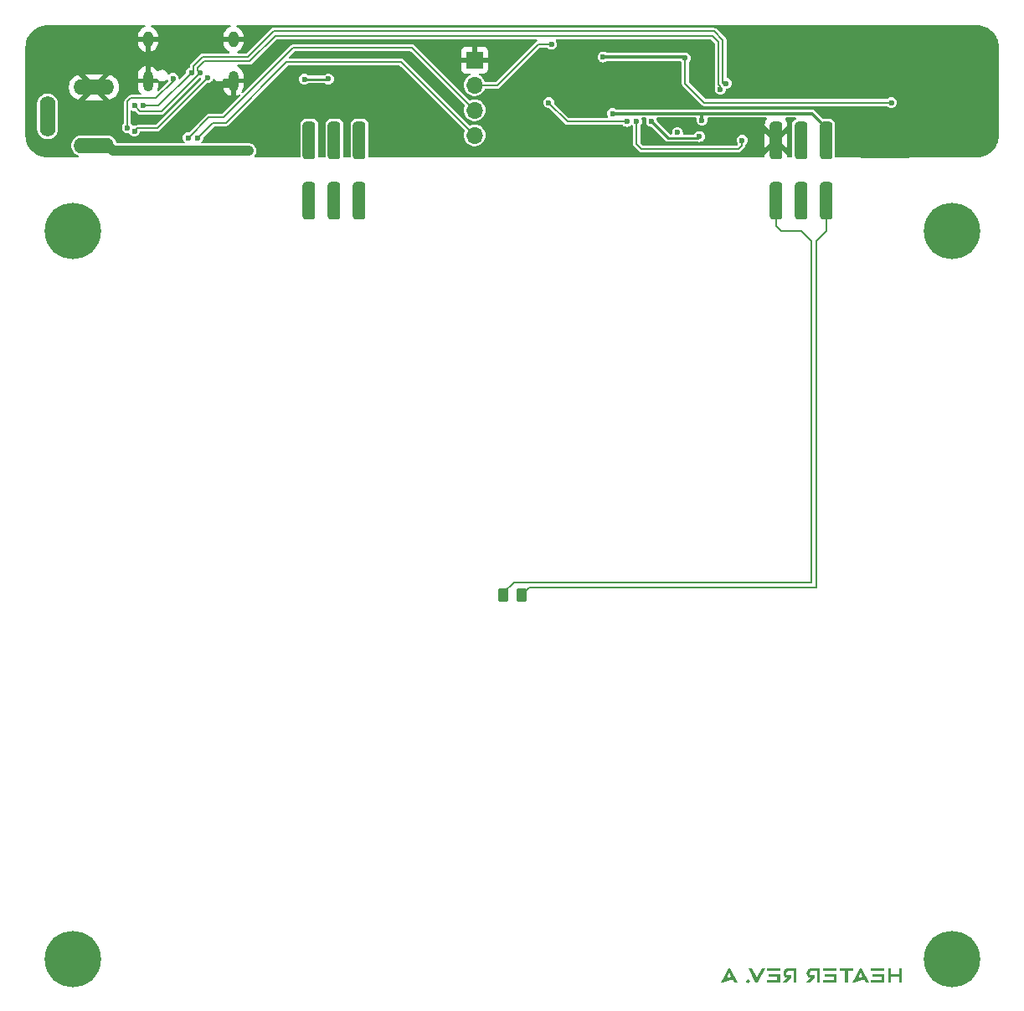
<source format=gbr>
%TF.GenerationSoftware,KiCad,Pcbnew,8.0.1*%
%TF.CreationDate,2024-04-01T19:00:03-04:00*%
%TF.ProjectId,Reflow Plate,5265666c-6f77-4205-906c-6174652e6b69,rev?*%
%TF.SameCoordinates,Original*%
%TF.FileFunction,Copper,L2,Bot*%
%TF.FilePolarity,Positive*%
%FSLAX46Y46*%
G04 Gerber Fmt 4.6, Leading zero omitted, Abs format (unit mm)*
G04 Created by KiCad (PCBNEW 8.0.1) date 2024-04-01 19:00:03*
%MOMM*%
%LPD*%
G01*
G04 APERTURE LIST*
G04 Aperture macros list*
%AMRoundRect*
0 Rectangle with rounded corners*
0 $1 Rounding radius*
0 $2 $3 $4 $5 $6 $7 $8 $9 X,Y pos of 4 corners*
0 Add a 4 corners polygon primitive as box body*
4,1,4,$2,$3,$4,$5,$6,$7,$8,$9,$2,$3,0*
0 Add four circle primitives for the rounded corners*
1,1,$1+$1,$2,$3*
1,1,$1+$1,$4,$5*
1,1,$1+$1,$6,$7*
1,1,$1+$1,$8,$9*
0 Add four rect primitives between the rounded corners*
20,1,$1+$1,$2,$3,$4,$5,0*
20,1,$1+$1,$4,$5,$6,$7,0*
20,1,$1+$1,$6,$7,$8,$9,0*
20,1,$1+$1,$8,$9,$2,$3,0*%
G04 Aperture macros list end*
%ADD10C,0.300000*%
%TA.AperFunction,NonConductor*%
%ADD11C,0.300000*%
%TD*%
%TA.AperFunction,ComponentPad*%
%ADD12R,1.700000X1.700000*%
%TD*%
%TA.AperFunction,ComponentPad*%
%ADD13O,1.700000X1.700000*%
%TD*%
%TA.AperFunction,ComponentPad*%
%ADD14C,5.700000*%
%TD*%
%TA.AperFunction,SMDPad,CuDef*%
%ADD15RoundRect,0.317500X-0.317500X-1.587500X0.317500X-1.587500X0.317500X1.587500X-0.317500X1.587500X0*%
%TD*%
%TA.AperFunction,ComponentPad*%
%ADD16O,4.100000X1.600000*%
%TD*%
%TA.AperFunction,ComponentPad*%
%ADD17O,1.600000X4.100000*%
%TD*%
%TA.AperFunction,SMDPad,CuDef*%
%ADD18RoundRect,0.317500X0.317500X1.587500X-0.317500X1.587500X-0.317500X-1.587500X0.317500X-1.587500X0*%
%TD*%
%TA.AperFunction,ComponentPad*%
%ADD19O,1.000000X2.100000*%
%TD*%
%TA.AperFunction,ComponentPad*%
%ADD20O,1.000000X1.600000*%
%TD*%
%TA.AperFunction,SMDPad,CuDef*%
%ADD21RoundRect,0.250000X0.262500X0.450000X-0.262500X0.450000X-0.262500X-0.450000X0.262500X-0.450000X0*%
%TD*%
%TA.AperFunction,ViaPad*%
%ADD22C,0.600000*%
%TD*%
%TA.AperFunction,Conductor*%
%ADD23C,0.200000*%
%TD*%
%TA.AperFunction,Conductor*%
%ADD24C,0.300000*%
%TD*%
%TA.AperFunction,Conductor*%
%ADD25C,0.500000*%
%TD*%
%TA.AperFunction,Conductor*%
%ADD26C,0.250000*%
%TD*%
%TA.AperFunction,Conductor*%
%ADD27C,0.150000*%
%TD*%
%TA.AperFunction,Conductor*%
%ADD28C,1.000000*%
%TD*%
G04 APERTURE END LIST*
D10*
D11*
G36*
X178009118Y-132122688D02*
G01*
X178822080Y-132122688D01*
X178822080Y-132714000D01*
X179117736Y-132714000D01*
X179117736Y-131236452D01*
X178822080Y-131236452D01*
X178822080Y-131826665D01*
X178009118Y-131826665D01*
X178009118Y-131236452D01*
X177713462Y-131236452D01*
X177713462Y-132714000D01*
X178009118Y-132714000D01*
X178009118Y-132122688D01*
G37*
G36*
X177310828Y-131236452D02*
G01*
X175981658Y-131236452D01*
X175981658Y-131532108D01*
X177310828Y-131532108D01*
X177310828Y-131236452D01*
G37*
G36*
X177015172Y-132122688D02*
G01*
X177015172Y-132418344D01*
X175981658Y-132418344D01*
X175981658Y-132714000D01*
X177310828Y-132714000D01*
X177310828Y-131827764D01*
X176129303Y-131827764D01*
X176129303Y-132122688D01*
X177015172Y-132122688D01*
G37*
G36*
X175784554Y-132714000D02*
G01*
X175452995Y-132714000D01*
X175275674Y-132373281D01*
X174374052Y-132714000D01*
X174108071Y-132714000D01*
X174316086Y-132298176D01*
X174649191Y-132298176D01*
X175139753Y-132112429D01*
X174939718Y-131720786D01*
X174649191Y-132298176D01*
X174316086Y-132298176D01*
X174847028Y-131236819D01*
X175028378Y-131236819D01*
X175784554Y-132714000D01*
G37*
G36*
X173650482Y-132714000D02*
G01*
X173650482Y-131532108D01*
X174167789Y-131532108D01*
X174167789Y-131236452D01*
X172837520Y-131236452D01*
X172837520Y-131532108D01*
X173354826Y-131532108D01*
X173354826Y-132714000D01*
X173650482Y-132714000D01*
G37*
G36*
X172485078Y-131236452D02*
G01*
X171155908Y-131236452D01*
X171155908Y-131532108D01*
X172485078Y-131532108D01*
X172485078Y-131236452D01*
G37*
G36*
X172189422Y-132122688D02*
G01*
X172189422Y-132418344D01*
X171155908Y-132418344D01*
X171155908Y-132714000D01*
X172485078Y-132714000D01*
X172485078Y-131827764D01*
X171303553Y-131827764D01*
X171303553Y-132122688D01*
X172189422Y-132122688D01*
G37*
G36*
X170508542Y-131532108D02*
G01*
X170508542Y-132714000D01*
X170804198Y-132714000D01*
X170804198Y-131236452D01*
X169991236Y-131236452D01*
X169913080Y-131241785D01*
X169839355Y-131257782D01*
X169770061Y-131284443D01*
X169705197Y-131321769D01*
X169644764Y-131369760D01*
X169625605Y-131388127D01*
X169574183Y-131447083D01*
X169533401Y-131510470D01*
X169503257Y-131578287D01*
X169483753Y-131650536D01*
X169474887Y-131727215D01*
X169474296Y-131753759D01*
X169480341Y-131836374D01*
X169498476Y-131914226D01*
X169528701Y-131987316D01*
X169571016Y-132055643D01*
X169623063Y-132116757D01*
X169682483Y-132168208D01*
X169749275Y-132209997D01*
X169823441Y-132242122D01*
X169351564Y-132714000D01*
X169769952Y-132714000D01*
X170287258Y-132196693D01*
X170287258Y-131975043D01*
X169991236Y-131975043D01*
X169916213Y-131962631D01*
X169851428Y-131925395D01*
X169834799Y-131910196D01*
X169790470Y-131848337D01*
X169770965Y-131776239D01*
X169769952Y-131753759D01*
X169782364Y-131678485D01*
X169819600Y-131613590D01*
X169834799Y-131596955D01*
X169896658Y-131552626D01*
X169968756Y-131533122D01*
X169991236Y-131532108D01*
X170508542Y-131532108D01*
G37*
G36*
X168160880Y-131532108D02*
G01*
X168160880Y-132714000D01*
X168456536Y-132714000D01*
X168456536Y-131236452D01*
X167643574Y-131236452D01*
X167565418Y-131241785D01*
X167491693Y-131257782D01*
X167422399Y-131284443D01*
X167357535Y-131321769D01*
X167297102Y-131369760D01*
X167277942Y-131388127D01*
X167226521Y-131447083D01*
X167185739Y-131510470D01*
X167155595Y-131578287D01*
X167136091Y-131650536D01*
X167127225Y-131727215D01*
X167126634Y-131753759D01*
X167132679Y-131836374D01*
X167150814Y-131914226D01*
X167181039Y-131987316D01*
X167223354Y-132055643D01*
X167275401Y-132116757D01*
X167334820Y-132168208D01*
X167401613Y-132209997D01*
X167475779Y-132242122D01*
X167003902Y-132714000D01*
X167422290Y-132714000D01*
X167939596Y-132196693D01*
X167939596Y-131975043D01*
X167643574Y-131975043D01*
X167568551Y-131962631D01*
X167503766Y-131925395D01*
X167487136Y-131910196D01*
X167442808Y-131848337D01*
X167423303Y-131776239D01*
X167422290Y-131753759D01*
X167434702Y-131678485D01*
X167471938Y-131613590D01*
X167487136Y-131596955D01*
X167548996Y-131552626D01*
X167621094Y-131533122D01*
X167643574Y-131532108D01*
X168160880Y-131532108D01*
G37*
G36*
X166774191Y-131236452D02*
G01*
X165445022Y-131236452D01*
X165445022Y-131532108D01*
X166774191Y-131532108D01*
X166774191Y-131236452D01*
G37*
G36*
X166478535Y-132122688D02*
G01*
X166478535Y-132418344D01*
X165445022Y-132418344D01*
X165445022Y-132714000D01*
X166774191Y-132714000D01*
X166774191Y-131827764D01*
X165592667Y-131827764D01*
X165592667Y-132122688D01*
X166478535Y-132122688D01*
G37*
G36*
X163901163Y-131236452D02*
G01*
X163571435Y-131236452D01*
X164310392Y-132714000D01*
X164491742Y-132714000D01*
X165247918Y-131236452D01*
X164916358Y-131236452D01*
X164403082Y-132238825D01*
X163901163Y-131236452D01*
G37*
G36*
X163549453Y-132385737D02*
G01*
X163474794Y-132401247D01*
X163419394Y-132440692D01*
X163377086Y-132505413D01*
X163365172Y-132573682D01*
X163380475Y-132649795D01*
X163419394Y-132706306D01*
X163482923Y-132748900D01*
X163549453Y-132760894D01*
X163624216Y-132745488D01*
X163679879Y-132706306D01*
X163722187Y-132641506D01*
X163734101Y-132573682D01*
X163720545Y-132501233D01*
X163679879Y-132440692D01*
X163616064Y-132397812D01*
X163549453Y-132385737D01*
G37*
G36*
X162497255Y-132714000D02*
G01*
X162165695Y-132714000D01*
X161988375Y-132373281D01*
X161086752Y-132714000D01*
X160820772Y-132714000D01*
X161028787Y-132298176D01*
X161361892Y-132298176D01*
X161852454Y-132112429D01*
X161652419Y-131720786D01*
X161361892Y-132298176D01*
X161028787Y-132298176D01*
X161559729Y-131236819D01*
X161741079Y-131236819D01*
X162497255Y-132714000D01*
G37*
D12*
%TO.P,J7,1,Pin_1*%
%TO.N,GND*%
X135890000Y-39380000D03*
D13*
%TO.P,J7,2,Pin_2*%
%TO.N,+3V3*%
X135890000Y-41920000D03*
%TO.P,J7,3,Pin_3*%
%TO.N,SCL1*%
X135890000Y-44460000D03*
%TO.P,J7,4,Pin_4*%
%TO.N,SDA1*%
X135890000Y-47000000D03*
%TD*%
D14*
%TO.P,REF\u002A\u002A,1*%
%TO.N,N/C*%
X95250000Y-130302000D03*
%TD*%
D15*
%TO.P,J3,2,Pin_2*%
%TO.N,/Heater*%
X119176800Y-53594000D03*
%TO.P,J3,4,Pin_4*%
%TO.N,unconnected-(J3-Pin_4-Pad4)*%
X121716800Y-53594000D03*
%TO.P,J3,6,Pin_6*%
%TO.N,/Heater*%
X124256800Y-53594000D03*
%TD*%
D14*
%TO.P,REF\u002A\u002A,1*%
%TO.N,N/C*%
X95250000Y-56642000D03*
%TD*%
%TO.P,REF\u002A\u002A,1*%
%TO.N,N/C*%
X184150000Y-56642000D03*
%TD*%
D16*
%TO.P,J1,1*%
%TO.N,Net-(D1-A)*%
X97410000Y-48035000D03*
%TO.P,J1,2*%
%TO.N,GND*%
X97410000Y-42135000D03*
D17*
%TO.P,J1,3*%
%TO.N,N/C*%
X92710000Y-45085000D03*
%TD*%
D15*
%TO.P,J4,2,Pin_2*%
%TO.N,Net-(J4-Pin_2)*%
X166370000Y-53594000D03*
%TO.P,J4,4,Pin_4*%
%TO.N,unconnected-(J4-Pin_4-Pad4)*%
X168910000Y-53594000D03*
%TO.P,J4,6,Pin_6*%
%TO.N,Net-(J4-Pin_6)*%
X171450000Y-53594000D03*
%TD*%
D18*
%TO.P,J6,2,Pin_2*%
%TO.N,NTC_Measure*%
X171450000Y-47498000D03*
%TO.P,J6,4,Pin_4*%
%TO.N,unconnected-(J6-Pin_4-Pad4)*%
X168910000Y-47498000D03*
%TO.P,J6,6,Pin_6*%
%TO.N,GND*%
X166370000Y-47498000D03*
%TD*%
D14*
%TO.P,REF\u002A\u002A,1*%
%TO.N,N/C*%
X184150000Y-130302000D03*
%TD*%
D18*
%TO.P,J5,2,Pin_2*%
%TO.N,Net-(D3-A)*%
X124256800Y-47498000D03*
%TO.P,J5,4,Pin_4*%
%TO.N,unconnected-(J5-Pin_4-Pad4)*%
X121716800Y-47498000D03*
%TO.P,J5,6,Pin_6*%
%TO.N,VBUS*%
X119176800Y-47498000D03*
%TD*%
D19*
%TO.P,J2,S1,SHIELD*%
%TO.N,GND*%
X111508000Y-41484000D03*
D20*
X111508000Y-37304000D03*
D19*
X102868000Y-41484000D03*
D20*
X102868000Y-37304000D03*
%TD*%
D21*
%TO.P,TH1,1*%
%TO.N,Net-(J4-Pin_6)*%
X140612500Y-93472000D03*
%TO.P,TH1,2*%
%TO.N,Net-(J4-Pin_2)*%
X138787500Y-93472000D03*
%TD*%
D22*
%TO.N,+3V3*%
X178054000Y-43688000D03*
X143675000Y-37785000D03*
X157197500Y-39172500D03*
X148894800Y-39065200D03*
X156407500Y-46707500D03*
%TO.N,VCCMeasure*%
X143383000Y-43688000D03*
X151284728Y-45593000D03*
%TO.N,GND*%
X174625000Y-40005000D03*
X128143000Y-40309800D03*
X114604800Y-43535600D03*
X151130000Y-42037000D03*
X182245000Y-45720000D03*
X141579600Y-42468800D03*
X173101000Y-45720000D03*
X104165400Y-39243000D03*
X172720000Y-42926000D03*
X159766000Y-38862000D03*
X137464800Y-43180000D03*
X115671600Y-46024800D03*
X109067600Y-47345600D03*
X150876000Y-43942000D03*
X159893000Y-45720000D03*
X138303000Y-47879000D03*
X148564600Y-37769800D03*
X161798000Y-40894000D03*
X163957000Y-42926000D03*
X145288000Y-44450000D03*
X164338000Y-45847000D03*
X129819400Y-42037000D03*
X103733600Y-45364400D03*
X126466600Y-42062400D03*
X117271800Y-41656000D03*
X182245000Y-39370000D03*
X174625000Y-36957000D03*
X140411200Y-43662600D03*
X139090400Y-39979600D03*
X110464600Y-43662600D03*
X99415600Y-45186600D03*
X158750000Y-37592000D03*
X161671000Y-42672000D03*
X132384800Y-44627800D03*
X115417600Y-38760400D03*
X103784400Y-47091600D03*
X117830600Y-44018200D03*
X185420000Y-42545000D03*
X130886200Y-37693600D03*
X104698800Y-47091600D03*
X118948200Y-38887400D03*
X180340000Y-42545000D03*
X145034000Y-37566600D03*
X142722600Y-38735000D03*
X126568200Y-37541200D03*
X143383000Y-40894000D03*
X177673000Y-44704000D03*
X156591000Y-38100000D03*
X178435000Y-42545000D03*
X134188200Y-41478200D03*
X121132600Y-42849800D03*
X123063000Y-37541200D03*
X133883400Y-39674800D03*
X133883400Y-43738800D03*
X159766000Y-47498000D03*
X122859800Y-42138600D03*
X124637800Y-38938200D03*
X113309400Y-36830000D03*
X174625000Y-38354000D03*
X154305000Y-43942000D03*
X101015800Y-41732200D03*
X160020000Y-42926000D03*
X149557098Y-47444632D03*
X115671600Y-48209200D03*
X145389600Y-39090600D03*
X163449000Y-48641000D03*
X129235200Y-39141400D03*
%TO.N,USB_D+*%
X107263000Y-40648914D03*
X161336521Y-41736479D03*
X102362000Y-43992800D03*
%TO.N,Net-(U3-PB2)*%
X158623000Y-47117000D03*
X153785000Y-45593000D03*
%TO.N,USB_D-*%
X101498400Y-43992800D03*
X108113000Y-40648914D03*
X160735479Y-42337521D03*
%TO.N,NTC_Measure*%
X149860000Y-44795000D03*
X158877000Y-45466000D03*
%TO.N,VBUS*%
X121107200Y-41300400D03*
X119176800Y-48768000D03*
X118694200Y-41325800D03*
X119176800Y-46228000D03*
%TO.N,SDA1*%
X107899200Y-47244000D03*
%TO.N,SCL1*%
X106934000Y-47244000D03*
%TO.N,Net-(J2-CC2)*%
X105410000Y-41249600D03*
X100787200Y-46228000D03*
%TO.N,Net-(J2-CC1)*%
X108915200Y-41148000D03*
X101498400Y-46583600D03*
%TO.N,/Heater*%
X124256800Y-52324000D03*
X119176800Y-54864000D03*
X119176800Y-52324000D03*
X124256800Y-54864000D03*
%TO.N,Net-(D1-A)*%
X112217200Y-48564800D03*
X111404400Y-48564800D03*
X113030000Y-48564800D03*
%TO.N,Net-(D3-A)*%
X124256800Y-48768000D03*
X124256800Y-46228000D03*
%TO.N,HeaterMeasure*%
X152284476Y-45593000D03*
X162941000Y-47498000D03*
%TD*%
D23*
%TO.N,+3V3*%
X178054000Y-43688000D02*
X159131000Y-43688000D01*
X138191400Y-41920000D02*
X142326400Y-37785000D01*
D24*
X157090200Y-39065200D02*
X157197500Y-39172500D01*
D23*
X142326400Y-37785000D02*
X143675000Y-37785000D01*
X157197500Y-41754500D02*
X157197500Y-39172500D01*
X135890000Y-41920000D02*
X138191400Y-41920000D01*
D24*
X148894800Y-39065200D02*
X157090200Y-39065200D01*
D23*
X159131000Y-43688000D02*
X157197500Y-41754500D01*
%TO.N,VCCMeasure*%
X145288000Y-45593000D02*
X151284728Y-45593000D01*
X143383000Y-43688000D02*
X145288000Y-45593000D01*
D25*
%TO.N,GND*%
X111508000Y-41484000D02*
X111508000Y-41704800D01*
X111252000Y-41960800D02*
X109829600Y-41960800D01*
X111508000Y-41704800D02*
X111252000Y-41960800D01*
D23*
%TO.N,Net-(J4-Pin_6)*%
X170434000Y-57658000D02*
X170434000Y-92710000D01*
X170434000Y-92710000D02*
X141374500Y-92710000D01*
X141374500Y-92710000D02*
X140612500Y-93472000D01*
X171450000Y-56642000D02*
X170434000Y-57658000D01*
X171450000Y-53594000D02*
X171450000Y-56642000D01*
%TO.N,Net-(J4-Pin_2)*%
X166878000Y-56642000D02*
X168910000Y-56642000D01*
X168910000Y-56642000D02*
X169926000Y-57658000D01*
X169926000Y-92202000D02*
X139878750Y-92202000D01*
X139878750Y-92202000D02*
X138787500Y-93293250D01*
X169926000Y-57658000D02*
X169926000Y-92202000D01*
X166370000Y-53594000D02*
X166370000Y-56134000D01*
X166370000Y-56134000D02*
X166878000Y-56642000D01*
X138787500Y-93293250D02*
X138787500Y-93472000D01*
%TO.N,USB_D+*%
X160113200Y-36478000D02*
X161007000Y-37371800D01*
X112987600Y-39043400D02*
X115553000Y-36478000D01*
X115553000Y-36478000D02*
X160113200Y-36478000D01*
X102362000Y-43992800D02*
X103919114Y-43992800D01*
X161053678Y-41736479D02*
X161336521Y-41736479D01*
X103919114Y-43992800D02*
X107263000Y-40648914D01*
X161007000Y-37371800D02*
X161007000Y-41689801D01*
X161007000Y-41689801D02*
X161053678Y-41736479D01*
X107263000Y-40648914D02*
X107462999Y-40448915D01*
X108415600Y-39043400D02*
X112987600Y-39043400D01*
X107462999Y-39996001D02*
X108415600Y-39043400D01*
X107462999Y-40448915D02*
X107462999Y-39996001D01*
X107263000Y-40862517D02*
X107263000Y-40648914D01*
D26*
%TO.N,Net-(U3-PB2)*%
X158457500Y-47282500D02*
X158623000Y-47117000D01*
X155474500Y-47282500D02*
X158457500Y-47282500D01*
X153785000Y-45593000D02*
X155474500Y-47282500D01*
D23*
%TO.N,USB_D-*%
X108113000Y-40648914D02*
X107913001Y-40448915D01*
X108113000Y-40781800D02*
X108113000Y-40648914D01*
X107913001Y-40182399D02*
X108602000Y-39493400D01*
X102057200Y-44551600D02*
X104210314Y-44551600D01*
X113174000Y-39493400D02*
X115739400Y-36928000D01*
X115739400Y-36928000D02*
X159926800Y-36928000D01*
X160735479Y-42054678D02*
X160735479Y-42337521D01*
X160557000Y-41876199D02*
X160735479Y-42054678D01*
X101498400Y-43992800D02*
X102057200Y-44551600D01*
X108602000Y-39493400D02*
X113174000Y-39493400D01*
X107913001Y-40448915D02*
X107913001Y-40182399D01*
X160557000Y-37558200D02*
X160557000Y-41876199D01*
X159926800Y-36928000D02*
X160557000Y-37558200D01*
X104210314Y-44551600D02*
X108113000Y-40648914D01*
D24*
%TO.N,NTC_Measure*%
X171450000Y-46228000D02*
X171450000Y-47498000D01*
X170017000Y-44795000D02*
X171450000Y-46228000D01*
X149860000Y-44795000D02*
X158877000Y-44795000D01*
X158877000Y-44795000D02*
X158877000Y-45466000D01*
X158877000Y-44795000D02*
X170017000Y-44795000D01*
D26*
%TO.N,VBUS*%
X118694200Y-41325800D02*
X121081800Y-41325800D01*
X121081800Y-41325800D02*
X121107200Y-41300400D01*
D23*
%TO.N,SDA1*%
X109423200Y-45720000D02*
X107899200Y-47244000D01*
X110744000Y-45720000D02*
X109423200Y-45720000D01*
X116865400Y-39598600D02*
X110744000Y-45720000D01*
X128488600Y-39598600D02*
X116865400Y-39598600D01*
X135890000Y-47000000D02*
X128488600Y-39598600D01*
%TO.N,SCL1*%
X117551200Y-38150800D02*
X129580800Y-38150800D01*
X109016800Y-45161200D02*
X110540800Y-45161200D01*
X106934000Y-47244000D02*
X109016800Y-45161200D01*
X129580800Y-38150800D02*
X135890000Y-44460000D01*
X110540800Y-45161200D02*
X117551200Y-38150800D01*
D27*
%TO.N,Net-(J2-CC2)*%
X100787200Y-46228000D02*
X100787200Y-43586400D01*
X103682800Y-43230800D02*
X105410000Y-41503600D01*
X101142800Y-43230800D02*
X103682800Y-43230800D01*
X100787200Y-43586400D02*
X101142800Y-43230800D01*
X105410000Y-41503600D02*
X105410000Y-41249600D01*
%TO.N,Net-(J2-CC1)*%
X103784400Y-46278800D02*
X108915200Y-41148000D01*
X101498400Y-46583600D02*
X101803200Y-46278800D01*
X101803200Y-46278800D02*
X103784400Y-46278800D01*
D28*
%TO.N,Net-(D1-A)*%
X99364800Y-48564800D02*
X113080800Y-48564800D01*
X98835000Y-48035000D02*
X99364800Y-48564800D01*
X97410000Y-48035000D02*
X98835000Y-48035000D01*
D23*
%TO.N,HeaterMeasure*%
X162941000Y-47498000D02*
X162941000Y-48006000D01*
X162560000Y-48387000D02*
X152781000Y-48387000D01*
X152284476Y-47890476D02*
X152284476Y-45593000D01*
X152781000Y-48387000D02*
X152284476Y-47890476D01*
X162941000Y-48006000D02*
X162560000Y-48387000D01*
%TD*%
%TA.AperFunction,Conductor*%
%TO.N,GND*%
G36*
X186692992Y-35860681D02*
G01*
X186953966Y-35876466D01*
X186965829Y-35877906D01*
X187220062Y-35924497D01*
X187231660Y-35927356D01*
X187478426Y-36004251D01*
X187489584Y-36008482D01*
X187725287Y-36114563D01*
X187735870Y-36120117D01*
X187863925Y-36197530D01*
X187957058Y-36253831D01*
X187966896Y-36260622D01*
X188170343Y-36420012D01*
X188179292Y-36427939D01*
X188362060Y-36610707D01*
X188369987Y-36619656D01*
X188529377Y-36823103D01*
X188536168Y-36832941D01*
X188669880Y-37054126D01*
X188675436Y-37064712D01*
X188774210Y-37284179D01*
X188781512Y-37300402D01*
X188785751Y-37311581D01*
X188862642Y-37558336D01*
X188865503Y-37569943D01*
X188912092Y-37824169D01*
X188913533Y-37836036D01*
X188929319Y-38097006D01*
X188929500Y-38102984D01*
X188929500Y-46987015D01*
X188929319Y-46992993D01*
X188913533Y-47253963D01*
X188912092Y-47265830D01*
X188865503Y-47520056D01*
X188862642Y-47531663D01*
X188785751Y-47778418D01*
X188781512Y-47789597D01*
X188675436Y-48025287D01*
X188669880Y-48035873D01*
X188536168Y-48257058D01*
X188529377Y-48266896D01*
X188369987Y-48470343D01*
X188362060Y-48479292D01*
X188179292Y-48662060D01*
X188170343Y-48669987D01*
X187966896Y-48829377D01*
X187957058Y-48836168D01*
X187735873Y-48969880D01*
X187725287Y-48975436D01*
X187489597Y-49081512D01*
X187478418Y-49085751D01*
X187231663Y-49162642D01*
X187220056Y-49165503D01*
X186965830Y-49212092D01*
X186953963Y-49213533D01*
X186707287Y-49228454D01*
X186692991Y-49229319D01*
X186687015Y-49229500D01*
X180103912Y-49229500D01*
X179888712Y-49265410D01*
X179873491Y-49270636D01*
X179841347Y-49276000D01*
X174996653Y-49276000D01*
X174964509Y-49270636D01*
X174949287Y-49265410D01*
X174734088Y-49229500D01*
X174664562Y-49229500D01*
X172434203Y-49229500D01*
X172376012Y-49210593D01*
X172340048Y-49161093D01*
X172335658Y-49125968D01*
X172335500Y-49125968D01*
X172335499Y-49124706D01*
X172335415Y-49124026D01*
X172335498Y-49122740D01*
X172335500Y-49122727D01*
X172335499Y-45873274D01*
X172320880Y-45762222D01*
X172263647Y-45624049D01*
X172172602Y-45505398D01*
X172053951Y-45414353D01*
X172053950Y-45414352D01*
X172053948Y-45414351D01*
X171915782Y-45357121D01*
X171915774Y-45357119D01*
X171804728Y-45342500D01*
X171804727Y-45342500D01*
X171171901Y-45342500D01*
X171113710Y-45323593D01*
X171101897Y-45313504D01*
X170690493Y-44902100D01*
X170262913Y-44474520D01*
X170262910Y-44474518D01*
X170262909Y-44474517D01*
X170262908Y-44474516D01*
X170171591Y-44421794D01*
X170171593Y-44421794D01*
X170132070Y-44411204D01*
X170069727Y-44394500D01*
X170069725Y-44394500D01*
X150275960Y-44394500D01*
X150217769Y-44375593D01*
X150215693Y-44374042D01*
X150137629Y-44314142D01*
X150137628Y-44314141D01*
X150137625Y-44314139D01*
X150137622Y-44314138D01*
X150137621Y-44314137D01*
X150003709Y-44258670D01*
X150003708Y-44258669D01*
X149860000Y-44239750D01*
X149716291Y-44258669D01*
X149716290Y-44258670D01*
X149582378Y-44314137D01*
X149582374Y-44314139D01*
X149467381Y-44402377D01*
X149467377Y-44402381D01*
X149379139Y-44517374D01*
X149379137Y-44517378D01*
X149323670Y-44651290D01*
X149323669Y-44651291D01*
X149304750Y-44794999D01*
X149304750Y-44795000D01*
X149323669Y-44938708D01*
X149323670Y-44938709D01*
X149366379Y-45041821D01*
X149379139Y-45072625D01*
X149387279Y-45083233D01*
X149407702Y-45140909D01*
X149390324Y-45199575D01*
X149341782Y-45236822D01*
X149308736Y-45242500D01*
X145474190Y-45242500D01*
X145415999Y-45223593D01*
X145404186Y-45213504D01*
X143965841Y-43775159D01*
X143938064Y-43720642D01*
X143937693Y-43692229D01*
X143938250Y-43688000D01*
X143919330Y-43544291D01*
X143863861Y-43410375D01*
X143775621Y-43295379D01*
X143660625Y-43207139D01*
X143660621Y-43207137D01*
X143526709Y-43151670D01*
X143526708Y-43151669D01*
X143383000Y-43132750D01*
X143239291Y-43151669D01*
X143239290Y-43151670D01*
X143105378Y-43207137D01*
X143105374Y-43207139D01*
X142990381Y-43295377D01*
X142990377Y-43295381D01*
X142902139Y-43410374D01*
X142902137Y-43410378D01*
X142846670Y-43544290D01*
X142846669Y-43544291D01*
X142827750Y-43687999D01*
X142827750Y-43688000D01*
X142846669Y-43831708D01*
X142846670Y-43831709D01*
X142902139Y-43965625D01*
X142990379Y-44080621D01*
X143105375Y-44168861D01*
X143239291Y-44224330D01*
X143383000Y-44243250D01*
X143387227Y-44242693D01*
X143447386Y-44253838D01*
X143470159Y-44270841D01*
X145072788Y-45873470D01*
X145152712Y-45919614D01*
X145241856Y-45943500D01*
X145334144Y-45943500D01*
X150810964Y-45943500D01*
X150869155Y-45962407D01*
X150889505Y-45982231D01*
X150892104Y-45985618D01*
X150892105Y-45985619D01*
X150892107Y-45985621D01*
X151007103Y-46073861D01*
X151141019Y-46129330D01*
X151284728Y-46148250D01*
X151428437Y-46129330D01*
X151562353Y-46073861D01*
X151677349Y-45985621D01*
X151706061Y-45948202D01*
X151756482Y-45913548D01*
X151817646Y-45915149D01*
X151863143Y-45948204D01*
X151891851Y-45985617D01*
X151891853Y-45985618D01*
X151891855Y-45985621D01*
X151895239Y-45988217D01*
X151929897Y-46038638D01*
X151933976Y-46066762D01*
X151933976Y-47936620D01*
X151957862Y-48025764D01*
X152004006Y-48105688D01*
X152565788Y-48667470D01*
X152565790Y-48667471D01*
X152630184Y-48704650D01*
X152630193Y-48704653D01*
X152630195Y-48704655D01*
X152645712Y-48713614D01*
X152734856Y-48737500D01*
X152734858Y-48737500D01*
X162606142Y-48737500D01*
X162606144Y-48737500D01*
X162695288Y-48713614D01*
X162710805Y-48704655D01*
X162775212Y-48667470D01*
X163221469Y-48221212D01*
X163267614Y-48141288D01*
X163276287Y-48108918D01*
X163291500Y-48052144D01*
X163291500Y-47971762D01*
X163310407Y-47913571D01*
X163330234Y-47893219D01*
X163333621Y-47890621D01*
X163421861Y-47775625D01*
X163477330Y-47641709D01*
X163496250Y-47498000D01*
X163477330Y-47354291D01*
X163421861Y-47220375D01*
X163333621Y-47105379D01*
X163218625Y-47017139D01*
X163218621Y-47017137D01*
X163084709Y-46961670D01*
X163084708Y-46961669D01*
X162941000Y-46942750D01*
X162797291Y-46961669D01*
X162797290Y-46961670D01*
X162663378Y-47017137D01*
X162663374Y-47017139D01*
X162548381Y-47105377D01*
X162548377Y-47105381D01*
X162460139Y-47220374D01*
X162460137Y-47220378D01*
X162404670Y-47354290D01*
X162404669Y-47354291D01*
X162385750Y-47497999D01*
X162385750Y-47498000D01*
X162404669Y-47641708D01*
X162404670Y-47641709D01*
X162460137Y-47775621D01*
X162460139Y-47775625D01*
X162500873Y-47828710D01*
X162521297Y-47886386D01*
X162503920Y-47945052D01*
X162492335Y-47958981D01*
X162443814Y-48007503D01*
X162389298Y-48035281D01*
X162373810Y-48036500D01*
X152967190Y-48036500D01*
X152908999Y-48017593D01*
X152897186Y-48007504D01*
X152663972Y-47774290D01*
X152636195Y-47719773D01*
X152634976Y-47704286D01*
X152634976Y-46066762D01*
X152653883Y-46008571D01*
X152673710Y-45988219D01*
X152677097Y-45985621D01*
X152765337Y-45870625D01*
X152820806Y-45736709D01*
X152839726Y-45593000D01*
X152820806Y-45449291D01*
X152776573Y-45342501D01*
X152772383Y-45332385D01*
X152767583Y-45271388D01*
X152799552Y-45219219D01*
X152856080Y-45195805D01*
X152863847Y-45195500D01*
X153205629Y-45195500D01*
X153263820Y-45214407D01*
X153299784Y-45263907D01*
X153299784Y-45325093D01*
X153297093Y-45332385D01*
X153248670Y-45449290D01*
X153248669Y-45449291D01*
X153229750Y-45592999D01*
X153229750Y-45593000D01*
X153248669Y-45736708D01*
X153248670Y-45736709D01*
X153299165Y-45858618D01*
X153304139Y-45870625D01*
X153392379Y-45985621D01*
X153507375Y-46073861D01*
X153641291Y-46129330D01*
X153779563Y-46147534D01*
X153834788Y-46173875D01*
X153836645Y-46175683D01*
X155243937Y-47582975D01*
X155329563Y-47632411D01*
X155425064Y-47658000D01*
X155425065Y-47658000D01*
X155425066Y-47658000D01*
X158508274Y-47658000D01*
X158521196Y-47658847D01*
X158622999Y-47672250D01*
X158622999Y-47672249D01*
X158623000Y-47672250D01*
X158766709Y-47653330D01*
X158900625Y-47597861D01*
X159015621Y-47509621D01*
X159103861Y-47394625D01*
X159159330Y-47260709D01*
X159178250Y-47117000D01*
X159166120Y-47024869D01*
X159159330Y-46973291D01*
X159103861Y-46839375D01*
X159015621Y-46724379D01*
X159005423Y-46716554D01*
X165235000Y-46716554D01*
X165235000Y-48279446D01*
X166016446Y-47498000D01*
X166723554Y-47498000D01*
X167505000Y-48279446D01*
X167505000Y-46716554D01*
X166723554Y-47498000D01*
X166016446Y-47498000D01*
X165235000Y-46716554D01*
X159005423Y-46716554D01*
X158900625Y-46636139D01*
X158900621Y-46636137D01*
X158766709Y-46580670D01*
X158766708Y-46580669D01*
X158623000Y-46561750D01*
X158479291Y-46580669D01*
X158479290Y-46580670D01*
X158345378Y-46636137D01*
X158345374Y-46636139D01*
X158230381Y-46724377D01*
X158230377Y-46724381D01*
X158142139Y-46839374D01*
X158142136Y-46839380D01*
X158139441Y-46845887D01*
X158099704Y-46892412D01*
X158047978Y-46907000D01*
X157049373Y-46907000D01*
X156991182Y-46888093D01*
X156955218Y-46838593D01*
X156951220Y-46795078D01*
X156962750Y-46707500D01*
X156962750Y-46707499D01*
X156943830Y-46563791D01*
X156888361Y-46429875D01*
X156800121Y-46314879D01*
X156685125Y-46226639D01*
X156685121Y-46226637D01*
X156551209Y-46171170D01*
X156551208Y-46171169D01*
X156407500Y-46152250D01*
X156263791Y-46171169D01*
X156263790Y-46171170D01*
X156129878Y-46226637D01*
X156129874Y-46226639D01*
X156014881Y-46314877D01*
X156014877Y-46314881D01*
X155926639Y-46429874D01*
X155926637Y-46429878D01*
X155871170Y-46563790D01*
X155871169Y-46563791D01*
X155852250Y-46707499D01*
X155852250Y-46707500D01*
X155863780Y-46795078D01*
X155852630Y-46855239D01*
X155808248Y-46897356D01*
X155765627Y-46907000D01*
X155671046Y-46907000D01*
X155612855Y-46888093D01*
X155601042Y-46878004D01*
X154367683Y-45644645D01*
X154339906Y-45590128D01*
X154339534Y-45587563D01*
X154328716Y-45505396D01*
X154321330Y-45449291D01*
X154277097Y-45342501D01*
X154272907Y-45332385D01*
X154268107Y-45271388D01*
X154300076Y-45219219D01*
X154356604Y-45195805D01*
X154364371Y-45195500D01*
X158245624Y-45195500D01*
X158303815Y-45214407D01*
X158339779Y-45263907D01*
X158341139Y-45315808D01*
X158341517Y-45315858D01*
X158341202Y-45318244D01*
X158341252Y-45320119D01*
X158340669Y-45322291D01*
X158321750Y-45465999D01*
X158321750Y-45466000D01*
X158340669Y-45609708D01*
X158340670Y-45609709D01*
X158396139Y-45743625D01*
X158484379Y-45858621D01*
X158599375Y-45946861D01*
X158733291Y-46002330D01*
X158877000Y-46021250D01*
X159020709Y-46002330D01*
X159154625Y-45946861D01*
X159269621Y-45858621D01*
X159357861Y-45743625D01*
X159413330Y-45609709D01*
X159432250Y-45466000D01*
X159425450Y-45414353D01*
X159413330Y-45322291D01*
X159412748Y-45320119D01*
X159412832Y-45318511D01*
X159412483Y-45315858D01*
X159412974Y-45315793D01*
X159415953Y-45259017D01*
X159454461Y-45211469D01*
X159508376Y-45195500D01*
X165372373Y-45195500D01*
X165430564Y-45214407D01*
X165466528Y-45263907D01*
X165466528Y-45325093D01*
X165442377Y-45364504D01*
X165409305Y-45397575D01*
X165311297Y-45553554D01*
X165311297Y-45553555D01*
X165250454Y-45727431D01*
X165250451Y-45727443D01*
X165235000Y-45864571D01*
X165235000Y-46009446D01*
X166370000Y-47144446D01*
X167505000Y-46009446D01*
X167505000Y-45864588D01*
X167504999Y-45864571D01*
X167489548Y-45727443D01*
X167489545Y-45727431D01*
X167428702Y-45553555D01*
X167428702Y-45553554D01*
X167330694Y-45397575D01*
X167297623Y-45364504D01*
X167269846Y-45309987D01*
X167279417Y-45249555D01*
X167322682Y-45206290D01*
X167367627Y-45195500D01*
X168336701Y-45195500D01*
X168394892Y-45214407D01*
X168430856Y-45263907D01*
X168430856Y-45325093D01*
X168394892Y-45374593D01*
X168374586Y-45385964D01*
X168306051Y-45414351D01*
X168187400Y-45505396D01*
X168187396Y-45505400D01*
X168096351Y-45624051D01*
X168039121Y-45762217D01*
X168039119Y-45762225D01*
X168024500Y-45873271D01*
X168024500Y-49122729D01*
X168024586Y-49124027D01*
X168024500Y-49124361D01*
X168024501Y-49125967D01*
X168024093Y-49125967D01*
X168009524Y-49183330D01*
X167962481Y-49222453D01*
X167925798Y-49229500D01*
X167604000Y-49229500D01*
X167545809Y-49210593D01*
X167509845Y-49161093D01*
X167505000Y-49130500D01*
X167505000Y-48986554D01*
X166370000Y-47851554D01*
X165235000Y-48986554D01*
X165235000Y-49130500D01*
X165216093Y-49188691D01*
X165166593Y-49224655D01*
X165136000Y-49229500D01*
X125241003Y-49229500D01*
X125182812Y-49210593D01*
X125146848Y-49161093D01*
X125142458Y-49125968D01*
X125142300Y-49125968D01*
X125142299Y-49124706D01*
X125142215Y-49124026D01*
X125142298Y-49122740D01*
X125142300Y-49122727D01*
X125142299Y-45873274D01*
X125127680Y-45762222D01*
X125070447Y-45624049D01*
X124979402Y-45505398D01*
X124860751Y-45414353D01*
X124860750Y-45414352D01*
X124860748Y-45414351D01*
X124722582Y-45357121D01*
X124722574Y-45357119D01*
X124611527Y-45342500D01*
X123902076Y-45342500D01*
X123902070Y-45342501D01*
X123791023Y-45357119D01*
X123791022Y-45357120D01*
X123652851Y-45414351D01*
X123534200Y-45505396D01*
X123534196Y-45505400D01*
X123443151Y-45624051D01*
X123385921Y-45762217D01*
X123385919Y-45762225D01*
X123371300Y-45873271D01*
X123371300Y-49122729D01*
X123371386Y-49124027D01*
X123371300Y-49124361D01*
X123371301Y-49125967D01*
X123370893Y-49125967D01*
X123356324Y-49183330D01*
X123309281Y-49222453D01*
X123272598Y-49229500D01*
X122701003Y-49229500D01*
X122642812Y-49210593D01*
X122606848Y-49161093D01*
X122602458Y-49125968D01*
X122602300Y-49125968D01*
X122602299Y-49124706D01*
X122602215Y-49124026D01*
X122602298Y-49122740D01*
X122602300Y-49122727D01*
X122602299Y-45873274D01*
X122587680Y-45762222D01*
X122530447Y-45624049D01*
X122439402Y-45505398D01*
X122320751Y-45414353D01*
X122320750Y-45414352D01*
X122320748Y-45414351D01*
X122182582Y-45357121D01*
X122182574Y-45357119D01*
X122071527Y-45342500D01*
X121362076Y-45342500D01*
X121362070Y-45342501D01*
X121251023Y-45357119D01*
X121251022Y-45357120D01*
X121112851Y-45414351D01*
X120994200Y-45505396D01*
X120994196Y-45505400D01*
X120903151Y-45624051D01*
X120845921Y-45762217D01*
X120845919Y-45762225D01*
X120831300Y-45873271D01*
X120831300Y-49122729D01*
X120831386Y-49124027D01*
X120831300Y-49124361D01*
X120831301Y-49125967D01*
X120830893Y-49125967D01*
X120816324Y-49183330D01*
X120769281Y-49222453D01*
X120732598Y-49229500D01*
X120161003Y-49229500D01*
X120102812Y-49210593D01*
X120066848Y-49161093D01*
X120062458Y-49125968D01*
X120062300Y-49125968D01*
X120062299Y-49124706D01*
X120062215Y-49124026D01*
X120062298Y-49122740D01*
X120062300Y-49122727D01*
X120062299Y-45873274D01*
X120047680Y-45762222D01*
X119990447Y-45624049D01*
X119899402Y-45505398D01*
X119780751Y-45414353D01*
X119780750Y-45414352D01*
X119780748Y-45414351D01*
X119642582Y-45357121D01*
X119642574Y-45357119D01*
X119531527Y-45342500D01*
X118822076Y-45342500D01*
X118822070Y-45342501D01*
X118711023Y-45357119D01*
X118711022Y-45357120D01*
X118572851Y-45414351D01*
X118454200Y-45505396D01*
X118454196Y-45505400D01*
X118363151Y-45624051D01*
X118305921Y-45762217D01*
X118305919Y-45762225D01*
X118291300Y-45873271D01*
X118291300Y-49122729D01*
X118291386Y-49124027D01*
X118291300Y-49124361D01*
X118291301Y-49125967D01*
X118290893Y-49125967D01*
X118276324Y-49183330D01*
X118229281Y-49222453D01*
X118192598Y-49229500D01*
X113716474Y-49229500D01*
X113658283Y-49210593D01*
X113622319Y-49161093D01*
X113622319Y-49099907D01*
X113646468Y-49060498D01*
X113663751Y-49043216D01*
X113745884Y-48920295D01*
X113802458Y-48783713D01*
X113831300Y-48638718D01*
X113831300Y-48490882D01*
X113802458Y-48345887D01*
X113745884Y-48209305D01*
X113663751Y-48086384D01*
X113559216Y-47981849D01*
X113436295Y-47899716D01*
X113414338Y-47890621D01*
X113299714Y-47843142D01*
X113154718Y-47814300D01*
X108351910Y-47814300D01*
X108293719Y-47795393D01*
X108257755Y-47745893D01*
X108257755Y-47684707D01*
X108287973Y-47641950D01*
X108287232Y-47641209D01*
X108291544Y-47636896D01*
X108291641Y-47636760D01*
X108291812Y-47636628D01*
X108291812Y-47636627D01*
X108291821Y-47636621D01*
X108380061Y-47521625D01*
X108435530Y-47387709D01*
X108454450Y-47244000D01*
X108453893Y-47239770D01*
X108465039Y-47179610D01*
X108482037Y-47156843D01*
X109539386Y-46099496D01*
X109593903Y-46071719D01*
X109609390Y-46070500D01*
X110790142Y-46070500D01*
X110790144Y-46070500D01*
X110879288Y-46046614D01*
X110910922Y-46028350D01*
X110959212Y-46000470D01*
X115633882Y-41325800D01*
X118138950Y-41325800D01*
X118157870Y-41469509D01*
X118180822Y-41524921D01*
X118208925Y-41592770D01*
X118213339Y-41603425D01*
X118301579Y-41718421D01*
X118416575Y-41806661D01*
X118550491Y-41862130D01*
X118694200Y-41881050D01*
X118837909Y-41862130D01*
X118971825Y-41806661D01*
X119082473Y-41721757D01*
X119140147Y-41701334D01*
X119142739Y-41701300D01*
X120691762Y-41701300D01*
X120749953Y-41720207D01*
X120752029Y-41721758D01*
X120771213Y-41736478D01*
X120829575Y-41781261D01*
X120963491Y-41836730D01*
X121107200Y-41855650D01*
X121250909Y-41836730D01*
X121384825Y-41781261D01*
X121499821Y-41693021D01*
X121588061Y-41578025D01*
X121643530Y-41444109D01*
X121662450Y-41300400D01*
X121656883Y-41258119D01*
X121643530Y-41156691D01*
X121588061Y-41022775D01*
X121499821Y-40907779D01*
X121384825Y-40819539D01*
X121384821Y-40819537D01*
X121250909Y-40764070D01*
X121250908Y-40764069D01*
X121107200Y-40745150D01*
X120963491Y-40764069D01*
X120963490Y-40764070D01*
X120829578Y-40819537D01*
X120829574Y-40819539D01*
X120714575Y-40907781D01*
X120711669Y-40911570D01*
X120661244Y-40946224D01*
X120633129Y-40950300D01*
X119142739Y-40950300D01*
X119084548Y-40931393D01*
X119082514Y-40929874D01*
X118971825Y-40844939D01*
X118971821Y-40844937D01*
X118837909Y-40789470D01*
X118837908Y-40789469D01*
X118694200Y-40770550D01*
X118550491Y-40789469D01*
X118550490Y-40789470D01*
X118416578Y-40844937D01*
X118416574Y-40844939D01*
X118301581Y-40933177D01*
X118301577Y-40933181D01*
X118213339Y-41048174D01*
X118213337Y-41048178D01*
X118157870Y-41182090D01*
X118157869Y-41182091D01*
X118138950Y-41325799D01*
X118138950Y-41325800D01*
X115633882Y-41325800D01*
X116981586Y-39978096D01*
X117036103Y-39950319D01*
X117051590Y-39949100D01*
X128302410Y-39949100D01*
X128360601Y-39968007D01*
X128372414Y-39978096D01*
X134854142Y-46459823D01*
X134881919Y-46514340D01*
X134872760Y-46573953D01*
X134859419Y-46600745D01*
X134808533Y-46779590D01*
X134803603Y-46796917D01*
X134784785Y-47000000D01*
X134803603Y-47203083D01*
X134859418Y-47399250D01*
X134950327Y-47581821D01*
X135073236Y-47744579D01*
X135223959Y-47881981D01*
X135397363Y-47989348D01*
X135587544Y-48063024D01*
X135788024Y-48100500D01*
X135991976Y-48100500D01*
X136192456Y-48063024D01*
X136382637Y-47989348D01*
X136556041Y-47881981D01*
X136706764Y-47744579D01*
X136829673Y-47581821D01*
X136920582Y-47399250D01*
X136976397Y-47203083D01*
X136995215Y-47000000D01*
X136976397Y-46796917D01*
X136920582Y-46600750D01*
X136829673Y-46418179D01*
X136706764Y-46255421D01*
X136556041Y-46118019D01*
X136382637Y-46010652D01*
X136192456Y-45936976D01*
X136192455Y-45936975D01*
X136192453Y-45936975D01*
X135991976Y-45899500D01*
X135788024Y-45899500D01*
X135587544Y-45936975D01*
X135456772Y-45987636D01*
X135395681Y-45991026D01*
X135351006Y-45965325D01*
X132057143Y-42671462D01*
X128703812Y-39318130D01*
X128623888Y-39271986D01*
X128534744Y-39248100D01*
X128534742Y-39248100D01*
X117188590Y-39248100D01*
X117130399Y-39229193D01*
X117094435Y-39179693D01*
X117094435Y-39118507D01*
X117118586Y-39079096D01*
X117667386Y-38530296D01*
X117721903Y-38502519D01*
X117737390Y-38501300D01*
X129394610Y-38501300D01*
X129452801Y-38520207D01*
X129464614Y-38530296D01*
X134854142Y-43919824D01*
X134881919Y-43974341D01*
X134872760Y-44033954D01*
X134859419Y-44060747D01*
X134859418Y-44060750D01*
X134803603Y-44256917D01*
X134784785Y-44460000D01*
X134803603Y-44663083D01*
X134859418Y-44859250D01*
X134950327Y-45041821D01*
X135073236Y-45204579D01*
X135223959Y-45341981D01*
X135397363Y-45449348D01*
X135587544Y-45523024D01*
X135788024Y-45560500D01*
X135991976Y-45560500D01*
X136192456Y-45523024D01*
X136382637Y-45449348D01*
X136556041Y-45341981D01*
X136706764Y-45204579D01*
X136829673Y-45041821D01*
X136920582Y-44859250D01*
X136976397Y-44663083D01*
X136995215Y-44460000D01*
X136976397Y-44256917D01*
X136920582Y-44060750D01*
X136829673Y-43878179D01*
X136706764Y-43715421D01*
X136556041Y-43578019D01*
X136382637Y-43470652D01*
X136192456Y-43396976D01*
X136192455Y-43396975D01*
X136192453Y-43396975D01*
X135991976Y-43359500D01*
X135788024Y-43359500D01*
X135587544Y-43396975D01*
X135456773Y-43447636D01*
X135395682Y-43451026D01*
X135351007Y-43425325D01*
X132574595Y-40648913D01*
X129796012Y-37870330D01*
X129716088Y-37824186D01*
X129710608Y-37822717D01*
X129700387Y-37819978D01*
X129700387Y-37819979D01*
X129626944Y-37800300D01*
X117505056Y-37800300D01*
X117431613Y-37819979D01*
X117431612Y-37819978D01*
X117418651Y-37823451D01*
X117415912Y-37824186D01*
X117335988Y-37870330D01*
X112491884Y-42714433D01*
X112437367Y-42742210D01*
X112376935Y-42732639D01*
X112333670Y-42689374D01*
X112324099Y-42628942D01*
X112339565Y-42589426D01*
X112394188Y-42507679D01*
X112394191Y-42507673D01*
X112469570Y-42325690D01*
X112469570Y-42325688D01*
X112507999Y-42132493D01*
X112508000Y-42132490D01*
X112508000Y-41734001D01*
X112507999Y-41734000D01*
X111808000Y-41734000D01*
X111808000Y-41234000D01*
X112507999Y-41234000D01*
X112508000Y-41233999D01*
X112508000Y-40835509D01*
X112507999Y-40835506D01*
X112469570Y-40642311D01*
X112469570Y-40642309D01*
X112394191Y-40460326D01*
X112394185Y-40460314D01*
X112284750Y-40296537D01*
X112284747Y-40296533D01*
X112145466Y-40157252D01*
X112145462Y-40157249D01*
X111981685Y-40047814D01*
X111981673Y-40047808D01*
X111949215Y-40034364D01*
X111902689Y-39994628D01*
X111888405Y-39935133D01*
X111911820Y-39878605D01*
X111963989Y-39846635D01*
X111987100Y-39843900D01*
X113220142Y-39843900D01*
X113220144Y-39843900D01*
X113309288Y-39820014D01*
X113320027Y-39813813D01*
X113320029Y-39813813D01*
X113338566Y-39803110D01*
X113389212Y-39773870D01*
X115855586Y-37307496D01*
X115910103Y-37279719D01*
X115925590Y-37278500D01*
X142133210Y-37278500D01*
X142191401Y-37297407D01*
X142227365Y-37346907D01*
X142227365Y-37408093D01*
X142191401Y-37457593D01*
X142182711Y-37463236D01*
X142111189Y-37504529D01*
X138075214Y-41540504D01*
X138020697Y-41568281D01*
X138005210Y-41569500D01*
X137006155Y-41569500D01*
X136947964Y-41550593D01*
X136917534Y-41514628D01*
X136867685Y-41414518D01*
X136829673Y-41338179D01*
X136706764Y-41175421D01*
X136556041Y-41038019D01*
X136382637Y-40930652D01*
X136358532Y-40921314D01*
X136311103Y-40882663D01*
X136295449Y-40823514D01*
X136317552Y-40766461D01*
X136368969Y-40733295D01*
X136394297Y-40730000D01*
X136787824Y-40730000D01*
X136847370Y-40723598D01*
X136847381Y-40723596D01*
X136982088Y-40673353D01*
X136982090Y-40673352D01*
X137097184Y-40587192D01*
X137097192Y-40587184D01*
X137183352Y-40472090D01*
X137183353Y-40472088D01*
X137233596Y-40337381D01*
X137233598Y-40337370D01*
X137240000Y-40277824D01*
X137240000Y-39630001D01*
X137239999Y-39630000D01*
X136323012Y-39630000D01*
X136355925Y-39572993D01*
X136390000Y-39445826D01*
X136390000Y-39314174D01*
X136355925Y-39187007D01*
X136323012Y-39130000D01*
X137239999Y-39130000D01*
X137240000Y-39129999D01*
X137240000Y-38482175D01*
X137233598Y-38422629D01*
X137233596Y-38422618D01*
X137183353Y-38287911D01*
X137183352Y-38287909D01*
X137097192Y-38172815D01*
X137097184Y-38172807D01*
X136982090Y-38086647D01*
X136982088Y-38086646D01*
X136847381Y-38036403D01*
X136847370Y-38036401D01*
X136787824Y-38030000D01*
X136140001Y-38030000D01*
X136140000Y-38030001D01*
X136140000Y-38946988D01*
X136082993Y-38914075D01*
X135955826Y-38880000D01*
X135824174Y-38880000D01*
X135697007Y-38914075D01*
X135640000Y-38946988D01*
X135640000Y-38030001D01*
X135639999Y-38030000D01*
X134992176Y-38030000D01*
X134932629Y-38036401D01*
X134932618Y-38036403D01*
X134797911Y-38086646D01*
X134797909Y-38086647D01*
X134682815Y-38172807D01*
X134682807Y-38172815D01*
X134596647Y-38287909D01*
X134596646Y-38287911D01*
X134546403Y-38422618D01*
X134546401Y-38422629D01*
X134540000Y-38482175D01*
X134540000Y-39129999D01*
X134540001Y-39130000D01*
X135456988Y-39130000D01*
X135424075Y-39187007D01*
X135390000Y-39314174D01*
X135390000Y-39445826D01*
X135424075Y-39572993D01*
X135456988Y-39630000D01*
X134540001Y-39630000D01*
X134540000Y-39630001D01*
X134540000Y-40277824D01*
X134539999Y-40277824D01*
X134546401Y-40337370D01*
X134546403Y-40337381D01*
X134596646Y-40472088D01*
X134596647Y-40472090D01*
X134682807Y-40587184D01*
X134682815Y-40587192D01*
X134797909Y-40673352D01*
X134797911Y-40673353D01*
X134932618Y-40723596D01*
X134932629Y-40723598D01*
X134992176Y-40730000D01*
X135385703Y-40730000D01*
X135443894Y-40748907D01*
X135479858Y-40798407D01*
X135479858Y-40859593D01*
X135443894Y-40909093D01*
X135421469Y-40921313D01*
X135397363Y-40930652D01*
X135223959Y-41038019D01*
X135073236Y-41175421D01*
X135055495Y-41198914D01*
X134950328Y-41338177D01*
X134950323Y-41338186D01*
X134862466Y-41514628D01*
X134859418Y-41520750D01*
X134803603Y-41716917D01*
X134784785Y-41920000D01*
X134803603Y-42123083D01*
X134859418Y-42319250D01*
X134950327Y-42501821D01*
X135073236Y-42664579D01*
X135223959Y-42801981D01*
X135397363Y-42909348D01*
X135587544Y-42983024D01*
X135788024Y-43020500D01*
X135991976Y-43020500D01*
X136192456Y-42983024D01*
X136382637Y-42909348D01*
X136556041Y-42801981D01*
X136706764Y-42664579D01*
X136829673Y-42501821D01*
X136911485Y-42337520D01*
X136917534Y-42325372D01*
X136960397Y-42281709D01*
X137006155Y-42270500D01*
X138237542Y-42270500D01*
X138237544Y-42270500D01*
X138326688Y-42246614D01*
X138406612Y-42200470D01*
X141541882Y-39065200D01*
X148339550Y-39065200D01*
X148358469Y-39208908D01*
X148358470Y-39208909D01*
X148402071Y-39314174D01*
X148413939Y-39342825D01*
X148502179Y-39457821D01*
X148617175Y-39546061D01*
X148751091Y-39601530D01*
X148894800Y-39620450D01*
X149038509Y-39601530D01*
X149172425Y-39546061D01*
X149226677Y-39504432D01*
X149250493Y-39486158D01*
X149308169Y-39465734D01*
X149310760Y-39465700D01*
X156679768Y-39465700D01*
X156737959Y-39484607D01*
X156758310Y-39504432D01*
X156804875Y-39565117D01*
X156804879Y-39565121D01*
X156808263Y-39567717D01*
X156842921Y-39618138D01*
X156847000Y-39646262D01*
X156847000Y-41800643D01*
X156866616Y-41873854D01*
X156870885Y-41889785D01*
X156870886Y-41889788D01*
X156917030Y-41969712D01*
X158915788Y-43968470D01*
X158995712Y-44014614D01*
X159084856Y-44038500D01*
X177580236Y-44038500D01*
X177638427Y-44057407D01*
X177658777Y-44077231D01*
X177661376Y-44080618D01*
X177661377Y-44080619D01*
X177661379Y-44080621D01*
X177776375Y-44168861D01*
X177910291Y-44224330D01*
X178054000Y-44243250D01*
X178197709Y-44224330D01*
X178331625Y-44168861D01*
X178446621Y-44080621D01*
X178534861Y-43965625D01*
X178590330Y-43831709D01*
X178609250Y-43688000D01*
X178590330Y-43544291D01*
X178534861Y-43410375D01*
X178446621Y-43295379D01*
X178331625Y-43207139D01*
X178331621Y-43207137D01*
X178197709Y-43151670D01*
X178197708Y-43151669D01*
X178054000Y-43132750D01*
X177910291Y-43151669D01*
X177910290Y-43151670D01*
X177776378Y-43207137D01*
X177776374Y-43207139D01*
X177661376Y-43295381D01*
X177658777Y-43298769D01*
X177608351Y-43333424D01*
X177580236Y-43337500D01*
X159317190Y-43337500D01*
X159258999Y-43318593D01*
X159247186Y-43308504D01*
X157576996Y-41638314D01*
X157549219Y-41583797D01*
X157548000Y-41568310D01*
X157548000Y-39646262D01*
X157566907Y-39588071D01*
X157586734Y-39567719D01*
X157590121Y-39565121D01*
X157678361Y-39450125D01*
X157733830Y-39316209D01*
X157752750Y-39172500D01*
X157733830Y-39028791D01*
X157678361Y-38894875D01*
X157590121Y-38779879D01*
X157475125Y-38691639D01*
X157475121Y-38691637D01*
X157341209Y-38636170D01*
X157341208Y-38636169D01*
X157197500Y-38617250D01*
X157053791Y-38636169D01*
X157053790Y-38636170D01*
X157003106Y-38657164D01*
X156965221Y-38664700D01*
X149310760Y-38664700D01*
X149252569Y-38645793D01*
X149250493Y-38644242D01*
X149172429Y-38584342D01*
X149172428Y-38584341D01*
X149172425Y-38584339D01*
X149172422Y-38584338D01*
X149172421Y-38584337D01*
X149038509Y-38528870D01*
X149038508Y-38528869D01*
X148894800Y-38509950D01*
X148751091Y-38528869D01*
X148751090Y-38528870D01*
X148617178Y-38584337D01*
X148617174Y-38584339D01*
X148502181Y-38672577D01*
X148502177Y-38672581D01*
X148413939Y-38787574D01*
X148413937Y-38787578D01*
X148358470Y-38921490D01*
X148358469Y-38921491D01*
X148339550Y-39065199D01*
X148339550Y-39065200D01*
X141541882Y-39065200D01*
X142442586Y-38164496D01*
X142497103Y-38136719D01*
X142512590Y-38135500D01*
X143201236Y-38135500D01*
X143259427Y-38154407D01*
X143279777Y-38174231D01*
X143282376Y-38177618D01*
X143282377Y-38177619D01*
X143282379Y-38177621D01*
X143397375Y-38265861D01*
X143531291Y-38321330D01*
X143675000Y-38340250D01*
X143818709Y-38321330D01*
X143952625Y-38265861D01*
X144067621Y-38177621D01*
X144155861Y-38062625D01*
X144211330Y-37928709D01*
X144230250Y-37785000D01*
X144219504Y-37703381D01*
X144211330Y-37641291D01*
X144155861Y-37507375D01*
X144102448Y-37437767D01*
X144082025Y-37380092D01*
X144099402Y-37321426D01*
X144147944Y-37284179D01*
X144180991Y-37278500D01*
X159740611Y-37278500D01*
X159798802Y-37297407D01*
X159810614Y-37307496D01*
X160177503Y-37674384D01*
X160205281Y-37728901D01*
X160206500Y-37744388D01*
X160206500Y-41922342D01*
X160229595Y-42008534D01*
X160229595Y-42008535D01*
X160230385Y-42011484D01*
X160230387Y-42011489D01*
X160231761Y-42013869D01*
X160232170Y-42015794D01*
X160232870Y-42017484D01*
X160232556Y-42017613D01*
X160244480Y-42073718D01*
X160237488Y-42101250D01*
X160199148Y-42193814D01*
X160180229Y-42337520D01*
X160180229Y-42337521D01*
X160199148Y-42481229D01*
X160199149Y-42481230D01*
X160248727Y-42600925D01*
X160254618Y-42615146D01*
X160342858Y-42730142D01*
X160457854Y-42818382D01*
X160591770Y-42873851D01*
X160735479Y-42892771D01*
X160879188Y-42873851D01*
X161013104Y-42818382D01*
X161128100Y-42730142D01*
X161216340Y-42615146D01*
X161271809Y-42481230D01*
X161286141Y-42372368D01*
X161312481Y-42317146D01*
X161366251Y-42287951D01*
X161371340Y-42287144D01*
X161480230Y-42272809D01*
X161614146Y-42217340D01*
X161729142Y-42129100D01*
X161817382Y-42014104D01*
X161872851Y-41880188D01*
X161891771Y-41736479D01*
X161872851Y-41592770D01*
X161817382Y-41458854D01*
X161729142Y-41343858D01*
X161614146Y-41255618D01*
X161614142Y-41255616D01*
X161480230Y-41200149D01*
X161443577Y-41195323D01*
X161388352Y-41168981D01*
X161359158Y-41115210D01*
X161357500Y-41097170D01*
X161357500Y-37325657D01*
X161357500Y-37325656D01*
X161333614Y-37236512D01*
X161316979Y-37207700D01*
X161287470Y-37156588D01*
X160328412Y-36197530D01*
X160248488Y-36151386D01*
X160159344Y-36127500D01*
X115506856Y-36127500D01*
X115452297Y-36142118D01*
X115417707Y-36151387D01*
X115337791Y-36197527D01*
X112871414Y-38663904D01*
X112816897Y-38691681D01*
X112801410Y-38692900D01*
X111989997Y-38692900D01*
X111931806Y-38673993D01*
X111895842Y-38624493D01*
X111895842Y-38563307D01*
X111931806Y-38513807D01*
X111952112Y-38502436D01*
X111981673Y-38490191D01*
X111981685Y-38490185D01*
X112145462Y-38380750D01*
X112145466Y-38380747D01*
X112284747Y-38241466D01*
X112284750Y-38241462D01*
X112394185Y-38077685D01*
X112394191Y-38077673D01*
X112469570Y-37895690D01*
X112469570Y-37895688D01*
X112507999Y-37702493D01*
X112508000Y-37702490D01*
X112508000Y-37554001D01*
X112507999Y-37554000D01*
X111808000Y-37554000D01*
X111808000Y-37054000D01*
X112507999Y-37054000D01*
X112508000Y-37053999D01*
X112508000Y-36905509D01*
X112507999Y-36905506D01*
X112469570Y-36712311D01*
X112469570Y-36712309D01*
X112394191Y-36530326D01*
X112394185Y-36530314D01*
X112284750Y-36366537D01*
X112284747Y-36366533D01*
X112145466Y-36227252D01*
X112145462Y-36227249D01*
X111981685Y-36117814D01*
X111981673Y-36117808D01*
X111820294Y-36050964D01*
X111773768Y-36011228D01*
X111759484Y-35951733D01*
X111782899Y-35895205D01*
X111835067Y-35863235D01*
X111858179Y-35860500D01*
X186642405Y-35860500D01*
X186687015Y-35860500D01*
X186692992Y-35860681D01*
G37*
%TD.AperFunction*%
%TA.AperFunction,Conductor*%
G36*
X102576012Y-35879407D02*
G01*
X102611976Y-35928907D01*
X102611976Y-35990093D01*
X102576012Y-36039593D01*
X102555706Y-36050964D01*
X102394326Y-36117808D01*
X102394314Y-36117814D01*
X102230537Y-36227249D01*
X102230533Y-36227252D01*
X102091252Y-36366533D01*
X102091249Y-36366537D01*
X101981814Y-36530314D01*
X101981808Y-36530326D01*
X101906429Y-36712309D01*
X101906429Y-36712311D01*
X101868000Y-36905506D01*
X101868000Y-37053999D01*
X101868001Y-37054000D01*
X102568000Y-37054000D01*
X102568000Y-37554000D01*
X101868001Y-37554000D01*
X101868000Y-37554001D01*
X101868000Y-37702493D01*
X101906429Y-37895688D01*
X101906429Y-37895690D01*
X101981808Y-38077673D01*
X101981814Y-38077685D01*
X102091249Y-38241462D01*
X102091252Y-38241466D01*
X102230533Y-38380747D01*
X102230537Y-38380750D01*
X102394314Y-38490185D01*
X102394326Y-38490191D01*
X102576304Y-38565568D01*
X102576315Y-38565571D01*
X102618000Y-38573862D01*
X102618000Y-37770988D01*
X102627940Y-37788205D01*
X102683795Y-37844060D01*
X102752204Y-37883556D01*
X102828504Y-37904000D01*
X102907496Y-37904000D01*
X102983796Y-37883556D01*
X103052205Y-37844060D01*
X103108060Y-37788205D01*
X103118000Y-37770988D01*
X103118000Y-38573861D01*
X103159684Y-38565571D01*
X103159695Y-38565568D01*
X103341673Y-38490191D01*
X103341685Y-38490185D01*
X103505462Y-38380750D01*
X103505466Y-38380747D01*
X103644747Y-38241466D01*
X103644750Y-38241462D01*
X103754185Y-38077685D01*
X103754191Y-38077673D01*
X103829570Y-37895690D01*
X103829570Y-37895688D01*
X103867999Y-37702493D01*
X103868000Y-37702490D01*
X103868000Y-37554001D01*
X103867999Y-37554000D01*
X103168000Y-37554000D01*
X103168000Y-37054000D01*
X103867999Y-37054000D01*
X103868000Y-37053999D01*
X103868000Y-36905509D01*
X103867999Y-36905506D01*
X103829570Y-36712311D01*
X103829570Y-36712309D01*
X103754191Y-36530326D01*
X103754185Y-36530314D01*
X103644750Y-36366537D01*
X103644747Y-36366533D01*
X103505466Y-36227252D01*
X103505462Y-36227249D01*
X103341685Y-36117814D01*
X103341673Y-36117808D01*
X103180294Y-36050964D01*
X103133768Y-36011228D01*
X103119484Y-35951733D01*
X103142899Y-35895205D01*
X103195067Y-35863235D01*
X103218179Y-35860500D01*
X111157821Y-35860500D01*
X111216012Y-35879407D01*
X111251976Y-35928907D01*
X111251976Y-35990093D01*
X111216012Y-36039593D01*
X111195706Y-36050964D01*
X111034326Y-36117808D01*
X111034314Y-36117814D01*
X110870537Y-36227249D01*
X110870533Y-36227252D01*
X110731252Y-36366533D01*
X110731249Y-36366537D01*
X110621814Y-36530314D01*
X110621808Y-36530326D01*
X110546429Y-36712309D01*
X110546429Y-36712311D01*
X110508000Y-36905506D01*
X110508000Y-37053999D01*
X110508001Y-37054000D01*
X111208000Y-37054000D01*
X111208000Y-37554000D01*
X110508001Y-37554000D01*
X110508000Y-37554001D01*
X110508000Y-37702493D01*
X110546429Y-37895688D01*
X110546429Y-37895690D01*
X110621808Y-38077673D01*
X110621814Y-38077685D01*
X110731249Y-38241462D01*
X110731252Y-38241466D01*
X110870533Y-38380747D01*
X110870537Y-38380750D01*
X111034314Y-38490185D01*
X111034326Y-38490191D01*
X111063888Y-38502436D01*
X111110414Y-38542172D01*
X111124698Y-38601667D01*
X111101283Y-38658195D01*
X111049114Y-38690165D01*
X111026003Y-38692900D01*
X108369456Y-38692900D01*
X108280312Y-38716786D01*
X108280311Y-38716786D01*
X108280309Y-38716787D01*
X108200390Y-38762929D01*
X107182524Y-39780794D01*
X107159884Y-39820011D01*
X107159883Y-39820014D01*
X107136386Y-39860710D01*
X107136385Y-39860712D01*
X107136385Y-39860713D01*
X107116445Y-39935133D01*
X107112499Y-39949858D01*
X107112499Y-40049247D01*
X107093592Y-40107438D01*
X107051385Y-40140711D01*
X106985375Y-40168052D01*
X106985374Y-40168053D01*
X106870381Y-40256291D01*
X106870377Y-40256295D01*
X106782139Y-40371288D01*
X106782137Y-40371292D01*
X106726670Y-40505204D01*
X106726669Y-40505205D01*
X106707750Y-40648913D01*
X106707750Y-40648915D01*
X106708307Y-40653147D01*
X106697157Y-40713307D01*
X106680158Y-40736072D01*
X106130631Y-41285599D01*
X106076114Y-41313376D01*
X106015682Y-41303805D01*
X105972417Y-41260540D01*
X105962474Y-41228517D01*
X105959243Y-41203978D01*
X105946330Y-41105891D01*
X105890861Y-40971975D01*
X105802621Y-40856979D01*
X105687625Y-40768739D01*
X105687621Y-40768737D01*
X105553709Y-40713270D01*
X105553708Y-40713269D01*
X105410000Y-40694350D01*
X105266291Y-40713269D01*
X105266290Y-40713270D01*
X105132378Y-40768737D01*
X105132374Y-40768739D01*
X105062240Y-40822555D01*
X105017379Y-40856979D01*
X105017378Y-40856980D01*
X105012232Y-40860929D01*
X105010615Y-40858822D01*
X104966109Y-40881478D01*
X104905680Y-40871883D01*
X104862432Y-40828602D01*
X104855034Y-40809320D01*
X104834281Y-40731865D01*
X104834278Y-40731860D01*
X104758518Y-40600639D01*
X104758516Y-40600637D01*
X104758515Y-40600635D01*
X104651365Y-40493485D01*
X104651362Y-40493483D01*
X104651360Y-40493481D01*
X104520138Y-40417720D01*
X104520140Y-40417720D01*
X104463347Y-40402503D01*
X104373766Y-40378500D01*
X104222234Y-40378500D01*
X104132652Y-40402503D01*
X104075860Y-40417720D01*
X103944639Y-40493481D01*
X103944633Y-40493486D01*
X103924448Y-40513671D01*
X103869931Y-40541447D01*
X103809499Y-40531875D01*
X103766235Y-40488609D01*
X103762981Y-40481549D01*
X103754190Y-40460324D01*
X103754185Y-40460314D01*
X103644750Y-40296537D01*
X103644747Y-40296533D01*
X103505466Y-40157252D01*
X103505462Y-40157249D01*
X103341685Y-40047814D01*
X103341673Y-40047808D01*
X103159691Y-39972429D01*
X103118000Y-39964136D01*
X103118000Y-40767011D01*
X103108060Y-40749795D01*
X103052205Y-40693940D01*
X102983796Y-40654444D01*
X102907496Y-40634000D01*
X102828504Y-40634000D01*
X102752204Y-40654444D01*
X102683795Y-40693940D01*
X102627940Y-40749795D01*
X102618000Y-40767011D01*
X102618000Y-39964136D01*
X102576308Y-39972429D01*
X102394326Y-40047808D01*
X102394314Y-40047814D01*
X102230537Y-40157249D01*
X102230533Y-40157252D01*
X102091252Y-40296533D01*
X102091249Y-40296537D01*
X101981814Y-40460314D01*
X101981808Y-40460326D01*
X101906429Y-40642309D01*
X101906429Y-40642311D01*
X101868000Y-40835506D01*
X101868000Y-41233999D01*
X101868001Y-41234000D01*
X102568000Y-41234000D01*
X102568000Y-41734000D01*
X101868001Y-41734000D01*
X101868000Y-41734001D01*
X101868000Y-42132493D01*
X101906429Y-42325688D01*
X101906429Y-42325690D01*
X101981808Y-42507673D01*
X101981814Y-42507685D01*
X102091249Y-42671462D01*
X102091252Y-42671466D01*
X102156082Y-42736296D01*
X102183859Y-42790813D01*
X102174288Y-42851245D01*
X102131023Y-42894510D01*
X102086078Y-42905300D01*
X101099947Y-42905300D01*
X101017162Y-42927482D01*
X100942938Y-42970335D01*
X100526734Y-43386539D01*
X100512971Y-43410378D01*
X100483882Y-43460761D01*
X100483882Y-43460762D01*
X100483880Y-43460765D01*
X100478860Y-43479504D01*
X100461700Y-43543547D01*
X100461700Y-45735053D01*
X100442793Y-45793244D01*
X100422969Y-45813594D01*
X100394581Y-45835377D01*
X100394577Y-45835381D01*
X100306339Y-45950374D01*
X100306337Y-45950378D01*
X100250870Y-46084290D01*
X100250869Y-46084291D01*
X100231950Y-46227999D01*
X100231950Y-46228000D01*
X100250869Y-46371708D01*
X100250870Y-46371709D01*
X100278521Y-46438467D01*
X100306339Y-46505625D01*
X100394579Y-46620621D01*
X100509575Y-46708861D01*
X100643491Y-46764330D01*
X100787200Y-46783250D01*
X100899686Y-46768440D01*
X100959844Y-46779590D01*
X101001961Y-46823971D01*
X101004070Y-46828708D01*
X101015059Y-46855239D01*
X101017539Y-46861225D01*
X101105779Y-46976221D01*
X101220775Y-47064461D01*
X101354691Y-47119930D01*
X101498400Y-47138850D01*
X101642109Y-47119930D01*
X101776025Y-47064461D01*
X101891021Y-46976221D01*
X101979261Y-46861225D01*
X102034730Y-46727309D01*
X102039592Y-46690377D01*
X102065933Y-46635153D01*
X102119703Y-46605958D01*
X102137745Y-46604300D01*
X103827251Y-46604300D01*
X103827253Y-46604300D01*
X103910039Y-46582118D01*
X103910041Y-46582116D01*
X103910043Y-46582116D01*
X103984257Y-46539268D01*
X103984257Y-46539267D01*
X103984262Y-46539265D01*
X108796799Y-41726726D01*
X108851314Y-41698951D01*
X108879723Y-41698579D01*
X108915200Y-41703250D01*
X109058909Y-41684330D01*
X109192825Y-41628861D01*
X109307821Y-41540621D01*
X109396061Y-41425625D01*
X109440255Y-41318928D01*
X109479991Y-41272403D01*
X109539486Y-41258119D01*
X109596014Y-41281533D01*
X109613339Y-41302365D01*
X109613534Y-41302216D01*
X109617334Y-41307169D01*
X109617456Y-41307314D01*
X109617485Y-41307365D01*
X109724635Y-41414515D01*
X109724637Y-41414516D01*
X109724639Y-41414518D01*
X109855861Y-41490279D01*
X109855859Y-41490279D01*
X109855863Y-41490280D01*
X109855865Y-41490281D01*
X110002234Y-41529500D01*
X110002236Y-41529500D01*
X110153764Y-41529500D01*
X110153766Y-41529500D01*
X110300135Y-41490281D01*
X110300137Y-41490279D01*
X110300139Y-41490279D01*
X110431360Y-41414518D01*
X110431360Y-41414517D01*
X110431365Y-41414515D01*
X110538515Y-41307365D01*
X110552294Y-41283498D01*
X110597764Y-41242559D01*
X110638030Y-41234000D01*
X111208000Y-41234000D01*
X111208000Y-41734000D01*
X110508001Y-41734000D01*
X110508000Y-41734001D01*
X110508000Y-42132493D01*
X110546429Y-42325688D01*
X110546429Y-42325690D01*
X110621808Y-42507673D01*
X110621814Y-42507685D01*
X110731249Y-42671462D01*
X110731252Y-42671466D01*
X110870533Y-42810747D01*
X110870537Y-42810750D01*
X111034314Y-42920185D01*
X111034326Y-42920191D01*
X111216304Y-42995568D01*
X111216315Y-42995571D01*
X111258000Y-43003862D01*
X111258000Y-42200988D01*
X111267940Y-42218205D01*
X111323795Y-42274060D01*
X111392204Y-42313556D01*
X111468504Y-42334000D01*
X111547496Y-42334000D01*
X111623796Y-42313556D01*
X111692205Y-42274060D01*
X111748060Y-42218205D01*
X111758000Y-42200988D01*
X111758000Y-43003861D01*
X111799684Y-42995571D01*
X111799695Y-42995568D01*
X111981673Y-42920191D01*
X111981679Y-42920188D01*
X112063426Y-42865565D01*
X112122314Y-42848956D01*
X112179718Y-42870133D01*
X112213712Y-42921006D01*
X112211310Y-42982144D01*
X112188433Y-43017884D01*
X110424614Y-44781704D01*
X110370097Y-44809481D01*
X110354610Y-44810700D01*
X108970656Y-44810700D01*
X108890906Y-44832069D01*
X108890904Y-44832069D01*
X108881517Y-44834583D01*
X108881515Y-44834584D01*
X108801588Y-44880730D01*
X107021158Y-46661158D01*
X106966641Y-46688935D01*
X106938233Y-46689307D01*
X106934002Y-46688750D01*
X106934000Y-46688750D01*
X106790291Y-46707669D01*
X106790290Y-46707670D01*
X106656378Y-46763137D01*
X106656374Y-46763139D01*
X106541381Y-46851377D01*
X106541377Y-46851381D01*
X106453139Y-46966374D01*
X106453137Y-46966378D01*
X106397670Y-47100290D01*
X106397669Y-47100291D01*
X106378750Y-47243999D01*
X106378750Y-47244000D01*
X106397669Y-47387708D01*
X106397670Y-47387709D01*
X106451399Y-47517426D01*
X106453139Y-47521625D01*
X106541379Y-47636621D01*
X106541383Y-47636624D01*
X106541387Y-47636628D01*
X106541559Y-47636760D01*
X106541646Y-47636887D01*
X106545968Y-47641209D01*
X106545167Y-47642009D01*
X106576214Y-47687185D01*
X106574611Y-47748349D01*
X106537362Y-47796890D01*
X106481290Y-47814300D01*
X99768428Y-47814300D01*
X99710237Y-47795393D01*
X99674273Y-47745893D01*
X99671330Y-47734614D01*
X99670130Y-47728582D01*
X99670130Y-47728581D01*
X99670130Y-47728580D01*
X99590941Y-47537402D01*
X99475977Y-47365345D01*
X99329655Y-47219023D01*
X99305799Y-47203083D01*
X99157597Y-47104058D01*
X98966418Y-47024869D01*
X98763467Y-46984500D01*
X98763465Y-46984500D01*
X96056535Y-46984500D01*
X96056532Y-46984500D01*
X95853581Y-47024869D01*
X95662402Y-47104058D01*
X95490348Y-47219020D01*
X95344020Y-47365348D01*
X95229058Y-47537402D01*
X95149869Y-47728581D01*
X95109500Y-47931532D01*
X95109500Y-48138467D01*
X95149869Y-48341418D01*
X95229058Y-48532597D01*
X95344020Y-48704651D01*
X95344023Y-48704655D01*
X95490345Y-48850977D01*
X95662402Y-48965941D01*
X95838870Y-49039036D01*
X95885394Y-49078773D01*
X95899678Y-49138267D01*
X95876263Y-49194795D01*
X95824094Y-49226765D01*
X95800983Y-49229500D01*
X92712985Y-49229500D01*
X92707008Y-49229319D01*
X92691338Y-49228371D01*
X92446036Y-49213533D01*
X92434169Y-49212092D01*
X92179943Y-49165503D01*
X92168336Y-49162642D01*
X91921581Y-49085751D01*
X91910406Y-49081513D01*
X91792557Y-49028474D01*
X91674712Y-48975436D01*
X91664126Y-48969880D01*
X91442941Y-48836168D01*
X91433103Y-48829377D01*
X91229656Y-48669987D01*
X91220707Y-48662060D01*
X91037939Y-48479292D01*
X91030012Y-48470343D01*
X90870622Y-48266896D01*
X90863831Y-48257058D01*
X90792140Y-48138467D01*
X90730117Y-48035870D01*
X90724563Y-48025287D01*
X90721100Y-48017593D01*
X90618482Y-47789584D01*
X90614251Y-47778426D01*
X90537356Y-47531660D01*
X90534496Y-47520056D01*
X90532583Y-47509618D01*
X90487906Y-47265829D01*
X90486466Y-47253962D01*
X90485863Y-47244000D01*
X90470681Y-46992992D01*
X90470500Y-46987015D01*
X90470500Y-46438467D01*
X91659500Y-46438467D01*
X91699869Y-46641418D01*
X91779058Y-46832597D01*
X91894020Y-47004651D01*
X91894023Y-47004655D01*
X92040345Y-47150977D01*
X92212402Y-47265941D01*
X92403580Y-47345130D01*
X92606535Y-47385500D01*
X92606536Y-47385500D01*
X92813464Y-47385500D01*
X92813465Y-47385500D01*
X93016420Y-47345130D01*
X93207598Y-47265941D01*
X93379655Y-47150977D01*
X93525977Y-47004655D01*
X93640941Y-46832598D01*
X93720130Y-46641420D01*
X93760500Y-46438465D01*
X93760500Y-43731535D01*
X93720130Y-43528580D01*
X93640941Y-43337402D01*
X93525977Y-43165345D01*
X93379655Y-43019023D01*
X93379651Y-43019020D01*
X93207597Y-42904058D01*
X93016418Y-42824869D01*
X92813467Y-42784500D01*
X92813465Y-42784500D01*
X92606535Y-42784500D01*
X92606532Y-42784500D01*
X92403581Y-42824869D01*
X92212402Y-42904058D01*
X92040348Y-43019020D01*
X91894020Y-43165348D01*
X91779058Y-43337402D01*
X91699869Y-43528581D01*
X91659500Y-43731532D01*
X91659500Y-46438467D01*
X90470500Y-46438467D01*
X90470500Y-42237315D01*
X94860000Y-42237315D01*
X94892008Y-42439412D01*
X94955243Y-42634027D01*
X95048138Y-42816346D01*
X95168414Y-42981891D01*
X95313108Y-43126585D01*
X95478653Y-43246861D01*
X95660976Y-43339758D01*
X95660979Y-43339760D01*
X95804916Y-43386528D01*
X96556444Y-42635000D01*
X97263554Y-42635000D01*
X96463555Y-43435000D01*
X98356445Y-43435000D01*
X97556446Y-42635000D01*
X98263553Y-42635000D01*
X99015080Y-43386527D01*
X99159027Y-43339756D01*
X99341346Y-43246861D01*
X99506891Y-43126585D01*
X99651585Y-42981891D01*
X99771861Y-42816346D01*
X99864756Y-42634027D01*
X99927991Y-42439412D01*
X99960000Y-42237315D01*
X99960000Y-42032684D01*
X99927991Y-41830587D01*
X99864756Y-41635972D01*
X99771861Y-41453653D01*
X99651585Y-41288108D01*
X99506891Y-41143414D01*
X99341346Y-41023138D01*
X99159029Y-40930244D01*
X99015081Y-40883470D01*
X98263552Y-41635000D01*
X97556445Y-41635000D01*
X98356445Y-40835000D01*
X96463555Y-40835000D01*
X97263555Y-41635000D01*
X96556446Y-41635000D01*
X95804916Y-40883470D01*
X95660972Y-40930243D01*
X95478653Y-41023138D01*
X95313108Y-41143414D01*
X95168414Y-41288108D01*
X95048138Y-41453653D01*
X94955243Y-41635972D01*
X94892008Y-41830587D01*
X94860000Y-42032684D01*
X94860000Y-42237315D01*
X90470500Y-42237315D01*
X90470500Y-38102984D01*
X90470681Y-38097007D01*
X90486466Y-37836037D01*
X90487907Y-37824169D01*
X90505366Y-37728901D01*
X90534498Y-37569933D01*
X90537357Y-37558336D01*
X90538708Y-37554001D01*
X90614253Y-37311567D01*
X90618479Y-37300420D01*
X90724567Y-37064703D01*
X90730113Y-37054135D01*
X90863836Y-36832933D01*
X90870616Y-36823110D01*
X91030019Y-36619647D01*
X91037931Y-36610715D01*
X91220715Y-36427931D01*
X91229647Y-36420019D01*
X91433110Y-36260616D01*
X91442933Y-36253836D01*
X91664135Y-36120113D01*
X91674703Y-36114567D01*
X91910420Y-36008479D01*
X91921567Y-36004253D01*
X92168343Y-35927355D01*
X92179933Y-35924498D01*
X92434172Y-35877906D01*
X92446031Y-35876466D01*
X92707008Y-35860681D01*
X92712985Y-35860500D01*
X92757595Y-35860500D01*
X102517821Y-35860500D01*
X102576012Y-35879407D01*
G37*
%TD.AperFunction*%
%TA.AperFunction,Conductor*%
G36*
X108213034Y-41210064D02*
G01*
X108255152Y-41254446D01*
X108263138Y-41315107D01*
X108235800Y-41367071D01*
X103678569Y-45924304D01*
X103624052Y-45952081D01*
X103608565Y-45953300D01*
X101760347Y-45953300D01*
X101677562Y-45975482D01*
X101677561Y-45975482D01*
X101677559Y-45975483D01*
X101677557Y-45975484D01*
X101598827Y-46020937D01*
X101538979Y-46033657D01*
X101536408Y-46033353D01*
X101498402Y-46028350D01*
X101498399Y-46028350D01*
X101385915Y-46043159D01*
X101325754Y-46032009D01*
X101283637Y-45987627D01*
X101281540Y-45982917D01*
X101268061Y-45950375D01*
X101179821Y-45835379D01*
X101151431Y-45813594D01*
X101116776Y-45763168D01*
X101112700Y-45735053D01*
X101112700Y-44577058D01*
X101131607Y-44518867D01*
X101181107Y-44482903D01*
X101242293Y-44482903D01*
X101249578Y-44485591D01*
X101354691Y-44529130D01*
X101498400Y-44548050D01*
X101502627Y-44547493D01*
X101562786Y-44558638D01*
X101585558Y-44575641D01*
X101791622Y-44781704D01*
X101841988Y-44832070D01*
X101921912Y-44878214D01*
X102011056Y-44902100D01*
X102011057Y-44902100D01*
X102011058Y-44902100D01*
X104256456Y-44902100D01*
X104256458Y-44902100D01*
X104345602Y-44878214D01*
X104425526Y-44832070D01*
X108025841Y-41231753D01*
X108080356Y-41203978D01*
X108108769Y-41203607D01*
X108113000Y-41204164D01*
X108152874Y-41198914D01*
X108213034Y-41210064D01*
G37*
%TD.AperFunction*%
%TA.AperFunction,Conductor*%
G36*
X103796161Y-41252907D02*
G01*
X103823705Y-41283498D01*
X103837485Y-41307365D01*
X103944635Y-41414515D01*
X103944637Y-41414516D01*
X103944639Y-41414518D01*
X104075861Y-41490279D01*
X104075859Y-41490279D01*
X104075863Y-41490280D01*
X104075865Y-41490281D01*
X104222234Y-41529500D01*
X104222236Y-41529500D01*
X104373764Y-41529500D01*
X104373766Y-41529500D01*
X104520135Y-41490281D01*
X104520137Y-41490279D01*
X104520139Y-41490279D01*
X104651360Y-41414518D01*
X104651360Y-41414517D01*
X104651365Y-41414515D01*
X104710003Y-41355876D01*
X104764517Y-41328100D01*
X104824949Y-41337671D01*
X104868214Y-41380935D01*
X104871469Y-41387996D01*
X104902919Y-41463924D01*
X104907720Y-41524921D01*
X104881459Y-41571813D01*
X103970776Y-42482496D01*
X103916259Y-42510273D01*
X103855827Y-42500702D01*
X103812562Y-42457437D01*
X103802991Y-42397005D01*
X103809308Y-42374606D01*
X103829571Y-42325687D01*
X103867999Y-42132493D01*
X103868000Y-42132490D01*
X103868000Y-41734001D01*
X103867999Y-41734000D01*
X103168000Y-41734000D01*
X103168000Y-41234000D01*
X103737970Y-41234000D01*
X103796161Y-41252907D01*
G37*
%TD.AperFunction*%
%TD*%
M02*

</source>
